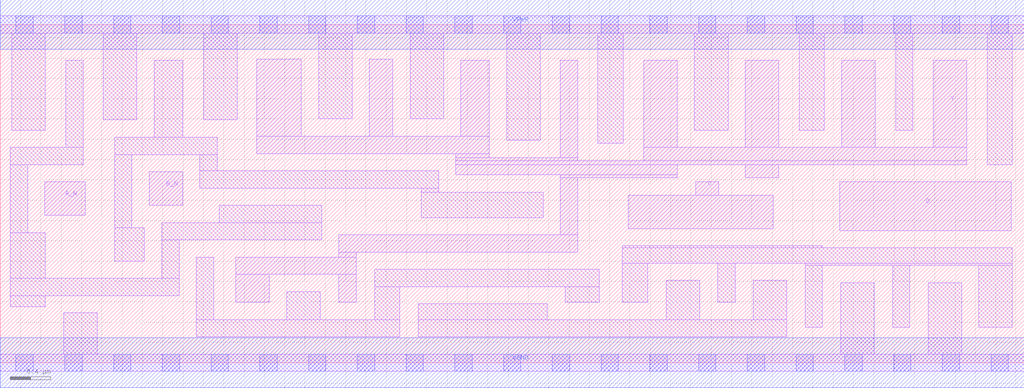
<source format=lef>
# Copyright 2020 The SkyWater PDK Authors
#
# Licensed under the Apache License, Version 2.0 (the "License");
# you may not use this file except in compliance with the License.
# You may obtain a copy of the License at
#
#     https://www.apache.org/licenses/LICENSE-2.0
#
# Unless required by applicable law or agreed to in writing, software
# distributed under the License is distributed on an "AS IS" BASIS,
# WITHOUT WARRANTIES OR CONDITIONS OF ANY KIND, either express or implied.
# See the License for the specific language governing permissions and
# limitations under the License.
#
# SPDX-License-Identifier: Apache-2.0

VERSION 5.7 ;
  NOWIREEXTENSIONATPIN ON ;
  DIVIDERCHAR "/" ;
  BUSBITCHARS "[]" ;
UNITS
  DATABASE MICRONS 200 ;
END UNITS
MACRO sky130_fd_sc_ms__nand4bb_4
  CLASS CORE ;
  FOREIGN sky130_fd_sc_ms__nand4bb_4 ;
  ORIGIN  0.000000  0.000000 ;
  SIZE  10.08000 BY  3.330000 ;
  SYMMETRY X Y ;
  SITE unit ;
  PIN A_N
    ANTENNAGATEAREA  0.413400 ;
    DIRECTION INPUT ;
    USE SIGNAL ;
    PORT
      LAYER li1 ;
        RECT 0.440000 1.450000 0.835000 1.780000 ;
    END
  END A_N
  PIN B_N
    ANTENNAGATEAREA  0.413400 ;
    DIRECTION INPUT ;
    USE SIGNAL ;
    PORT
      LAYER li1 ;
        RECT 1.465000 1.550000 1.795000 1.880000 ;
    END
  END B_N
  PIN C
    ANTENNAGATEAREA  1.250400 ;
    DIRECTION INPUT ;
    USE SIGNAL ;
    PORT
      LAYER li1 ;
        RECT 6.185000 1.320000 7.610000 1.650000 ;
        RECT 6.845000 1.650000 7.075000 1.780000 ;
    END
  END C
  PIN D
    ANTENNAGATEAREA  1.250400 ;
    DIRECTION INPUT ;
    USE SIGNAL ;
    PORT
      LAYER li1 ;
        RECT 8.265000 1.300000 9.955000 1.780000 ;
    END
  END D
  PIN Y
    ANTENNADIFFAREA  2.967300 ;
    DIRECTION OUTPUT ;
    USE SIGNAL ;
    PORT
      LAYER li1 ;
        RECT 2.320000 0.595000 2.650000 0.870000 ;
        RECT 2.320000 0.870000 3.505000 1.040000 ;
        RECT 2.525000 2.060000 4.815000 2.230000 ;
        RECT 2.525000 2.230000 2.965000 2.990000 ;
        RECT 3.335000 0.595000 3.505000 0.870000 ;
        RECT 3.335000 1.040000 3.505000 1.090000 ;
        RECT 3.335000 1.090000 5.685000 1.260000 ;
        RECT 3.635000 2.230000 3.865000 2.990000 ;
        RECT 4.485000 1.850000 6.665000 1.950000 ;
        RECT 4.485000 1.950000 9.515000 1.990000 ;
        RECT 4.485000 1.990000 5.685000 2.020000 ;
        RECT 4.485000 2.020000 4.815000 2.060000 ;
        RECT 4.535000 2.230000 4.815000 2.980000 ;
        RECT 5.515000 1.260000 5.685000 1.820000 ;
        RECT 5.515000 1.820000 6.665000 1.850000 ;
        RECT 5.515000 2.020000 5.685000 2.980000 ;
        RECT 6.335000 1.990000 9.515000 2.120000 ;
        RECT 6.335000 2.120000 6.665000 2.980000 ;
        RECT 7.335000 1.820000 7.665000 1.950000 ;
        RECT 7.335000 2.120000 7.665000 2.980000 ;
        RECT 8.285000 2.120000 8.615000 2.980000 ;
        RECT 9.185000 2.120000 9.515000 2.980000 ;
    END
  END Y
  PIN VGND
    DIRECTION INOUT ;
    USE GROUND ;
    PORT
      LAYER met1 ;
        RECT 0.000000 -0.245000 10.080000 0.245000 ;
    END
  END VGND
  PIN VPWR
    DIRECTION INOUT ;
    USE POWER ;
    PORT
      LAYER met1 ;
        RECT 0.000000 3.085000 10.080000 3.575000 ;
    END
  END VPWR
  OBS
    LAYER li1 ;
      RECT 0.000000 -0.085000 10.080000 0.085000 ;
      RECT 0.000000  3.245000 10.080000 3.415000 ;
      RECT 0.100000  0.550000  0.445000 0.660000 ;
      RECT 0.100000  0.660000  1.760000 0.830000 ;
      RECT 0.100000  0.830000  0.445000 1.280000 ;
      RECT 0.100000  1.280000  0.270000 1.950000 ;
      RECT 0.100000  1.950000  0.815000 2.120000 ;
      RECT 0.115000  2.290000  0.445000 3.245000 ;
      RECT 0.625000  0.085000  0.955000 0.490000 ;
      RECT 0.645000  2.120000  0.815000 2.980000 ;
      RECT 1.015000  2.390000  1.345000 3.245000 ;
      RECT 1.125000  1.000000  1.420000 1.330000 ;
      RECT 1.125000  1.330000  1.295000 2.050000 ;
      RECT 1.125000  2.050000  2.135000 2.220000 ;
      RECT 1.515000  2.220000  1.795000 2.980000 ;
      RECT 1.590000  0.830000  1.760000 1.210000 ;
      RECT 1.590000  1.210000  3.165000 1.380000 ;
      RECT 1.930000  0.255000  3.935000 0.425000 ;
      RECT 1.930000  0.425000  2.100000 1.040000 ;
      RECT 1.965000  1.720000  4.315000 1.890000 ;
      RECT 1.965000  1.890000  2.135000 2.050000 ;
      RECT 2.005000  2.390000  2.335000 3.245000 ;
      RECT 2.155000  1.380000  3.165000 1.550000 ;
      RECT 2.820000  0.425000  3.150000 0.700000 ;
      RECT 3.135000  2.400000  3.465000 3.245000 ;
      RECT 3.685000  0.425000  3.935000 0.750000 ;
      RECT 3.685000  0.750000  5.895000 0.920000 ;
      RECT 4.035000  2.400000  4.365000 3.245000 ;
      RECT 4.115000  0.255000  7.745000 0.425000 ;
      RECT 4.115000  0.425000  5.385000 0.580000 ;
      RECT 4.145000  1.430000  5.345000 1.680000 ;
      RECT 4.145000  1.680000  4.315000 1.720000 ;
      RECT 4.985000  2.190000  5.315000 3.245000 ;
      RECT 5.565000  0.595000  5.895000 0.750000 ;
      RECT 5.885000  2.160000  6.135000 3.245000 ;
      RECT 6.125000  0.595000  6.375000 0.980000 ;
      RECT 6.125000  0.980000  9.965000 1.130000 ;
      RECT 6.125000  1.130000  8.095000 1.150000 ;
      RECT 6.555000  0.425000  6.885000 0.810000 ;
      RECT 6.835000  2.290000  7.165000 3.245000 ;
      RECT 7.065000  0.595000  7.235000 0.980000 ;
      RECT 7.415000  0.425000  7.745000 0.810000 ;
      RECT 7.865000  2.290000  8.115000 3.245000 ;
      RECT 7.925000  0.350000  8.095000 0.960000 ;
      RECT 7.925000  0.960000  9.965000 0.980000 ;
      RECT 8.275000  0.085000  8.605000 0.790000 ;
      RECT 8.785000  0.350000  8.955000 0.960000 ;
      RECT 8.815000  2.290000  8.985000 3.245000 ;
      RECT 9.135000  0.085000  9.465000 0.790000 ;
      RECT 9.635000  0.350000  9.965000 0.960000 ;
      RECT 9.715000  1.950000  9.965000 3.245000 ;
    LAYER mcon ;
      RECT 0.155000 -0.085000 0.325000 0.085000 ;
      RECT 0.155000  3.245000 0.325000 3.415000 ;
      RECT 0.635000 -0.085000 0.805000 0.085000 ;
      RECT 0.635000  3.245000 0.805000 3.415000 ;
      RECT 1.115000 -0.085000 1.285000 0.085000 ;
      RECT 1.115000  3.245000 1.285000 3.415000 ;
      RECT 1.595000 -0.085000 1.765000 0.085000 ;
      RECT 1.595000  3.245000 1.765000 3.415000 ;
      RECT 2.075000 -0.085000 2.245000 0.085000 ;
      RECT 2.075000  3.245000 2.245000 3.415000 ;
      RECT 2.555000 -0.085000 2.725000 0.085000 ;
      RECT 2.555000  3.245000 2.725000 3.415000 ;
      RECT 3.035000 -0.085000 3.205000 0.085000 ;
      RECT 3.035000  3.245000 3.205000 3.415000 ;
      RECT 3.515000 -0.085000 3.685000 0.085000 ;
      RECT 3.515000  3.245000 3.685000 3.415000 ;
      RECT 3.995000 -0.085000 4.165000 0.085000 ;
      RECT 3.995000  3.245000 4.165000 3.415000 ;
      RECT 4.475000 -0.085000 4.645000 0.085000 ;
      RECT 4.475000  3.245000 4.645000 3.415000 ;
      RECT 4.955000 -0.085000 5.125000 0.085000 ;
      RECT 4.955000  3.245000 5.125000 3.415000 ;
      RECT 5.435000 -0.085000 5.605000 0.085000 ;
      RECT 5.435000  3.245000 5.605000 3.415000 ;
      RECT 5.915000 -0.085000 6.085000 0.085000 ;
      RECT 5.915000  3.245000 6.085000 3.415000 ;
      RECT 6.395000 -0.085000 6.565000 0.085000 ;
      RECT 6.395000  3.245000 6.565000 3.415000 ;
      RECT 6.875000 -0.085000 7.045000 0.085000 ;
      RECT 6.875000  3.245000 7.045000 3.415000 ;
      RECT 7.355000 -0.085000 7.525000 0.085000 ;
      RECT 7.355000  3.245000 7.525000 3.415000 ;
      RECT 7.835000 -0.085000 8.005000 0.085000 ;
      RECT 7.835000  3.245000 8.005000 3.415000 ;
      RECT 8.315000 -0.085000 8.485000 0.085000 ;
      RECT 8.315000  3.245000 8.485000 3.415000 ;
      RECT 8.795000 -0.085000 8.965000 0.085000 ;
      RECT 8.795000  3.245000 8.965000 3.415000 ;
      RECT 9.275000 -0.085000 9.445000 0.085000 ;
      RECT 9.275000  3.245000 9.445000 3.415000 ;
      RECT 9.755000 -0.085000 9.925000 0.085000 ;
      RECT 9.755000  3.245000 9.925000 3.415000 ;
  END
END sky130_fd_sc_ms__nand4bb_4
END LIBRARY

</source>
